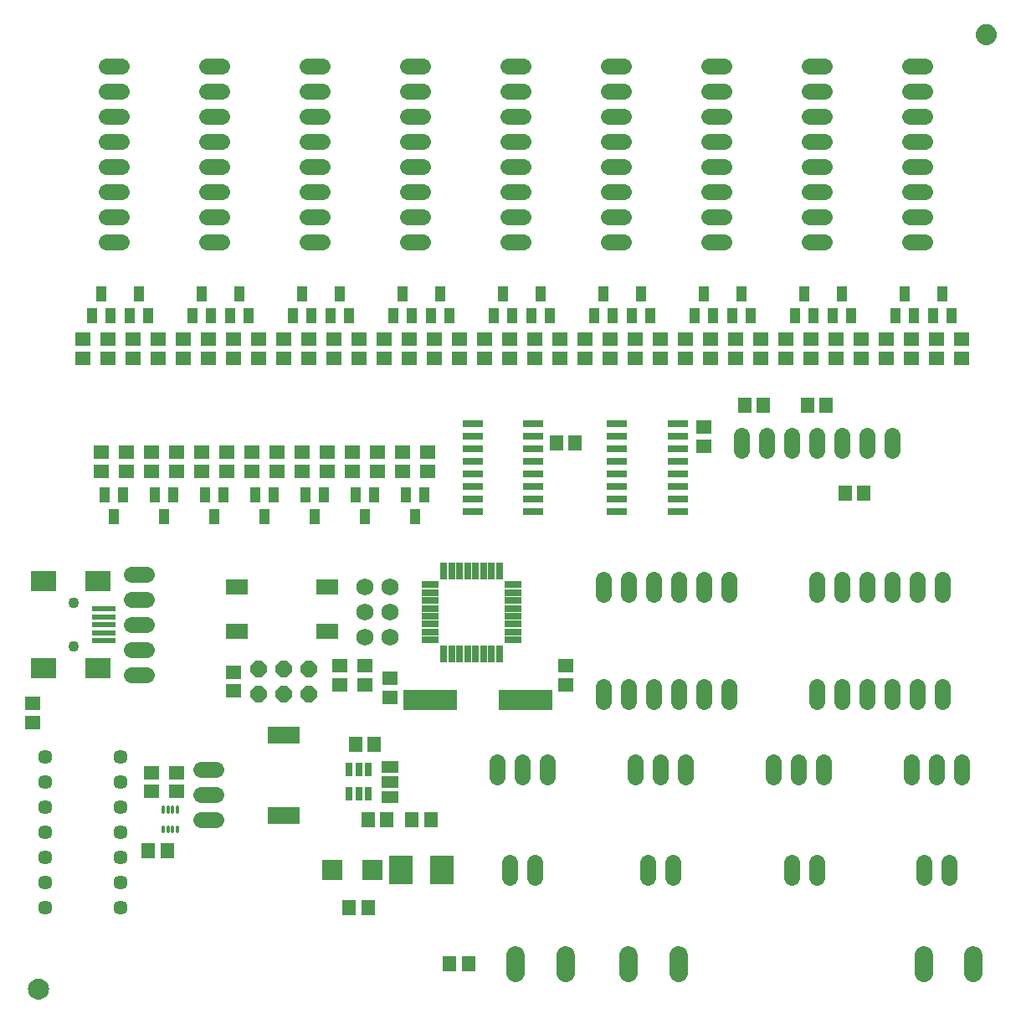
<source format=gts>
G04 EAGLE Gerber RS-274X export*
G75*
%MOMM*%
%FSLAX34Y34*%
%LPD*%
%INSoldermask Top*%
%IPPOS*%
%AMOC8*
5,1,8,0,0,1.08239X$1,22.5*%
G01*
%ADD10R,1.401600X1.601600*%
%ADD11R,1.601600X1.401600*%
%ADD12R,2.501600X2.101600*%
%ADD13R,2.409600X0.601600*%
%ADD14C,1.101600*%
%ADD15R,2.133600X0.762000*%
%ADD16C,1.625600*%
%ADD17R,5.435600X2.032000*%
%ADD18R,0.648700X1.701400*%
%ADD19R,1.701400X0.648700*%
%ADD20R,0.710800X1.360900*%
%ADD21R,1.101600X1.501600*%
%ADD22R,2.209800X1.498600*%
%ADD23C,1.727200*%
%ADD24C,1.445000*%
%ADD25R,2.101600X2.101600*%
%ADD26R,1.701800X1.270000*%
%ADD27C,1.892300*%
%ADD28R,2.387600X2.895600*%
%ADD29C,0.371600*%
%ADD30P,1.759533X8X22.500000*%
%ADD31R,3.301600X1.701600*%

G36*
X979692Y973770D02*
X979692Y973770D01*
X979735Y973782D01*
X979801Y973789D01*
X981484Y974240D01*
X981525Y974259D01*
X981588Y974278D01*
X983168Y975015D01*
X983205Y975041D01*
X983264Y975070D01*
X984692Y976070D01*
X984723Y976102D01*
X984776Y976141D01*
X986009Y977374D01*
X986034Y977410D01*
X986080Y977458D01*
X987080Y978886D01*
X987098Y978927D01*
X987135Y978982D01*
X987872Y980562D01*
X987883Y980605D01*
X987910Y980666D01*
X988361Y982349D01*
X988363Y982381D01*
X988370Y982402D01*
X988370Y982417D01*
X988380Y982458D01*
X988532Y984195D01*
X988528Y984239D01*
X988532Y984305D01*
X988380Y986042D01*
X988368Y986085D01*
X988361Y986151D01*
X987910Y987834D01*
X987891Y987875D01*
X987872Y987938D01*
X987135Y989518D01*
X987109Y989555D01*
X987080Y989614D01*
X986080Y991042D01*
X986048Y991073D01*
X986009Y991126D01*
X984776Y992359D01*
X984740Y992384D01*
X984692Y992430D01*
X983264Y993430D01*
X983223Y993448D01*
X983168Y993485D01*
X981588Y994222D01*
X981545Y994233D01*
X981484Y994260D01*
X979801Y994711D01*
X979756Y994714D01*
X979692Y994730D01*
X977955Y994882D01*
X977911Y994878D01*
X977845Y994882D01*
X976108Y994730D01*
X976065Y994718D01*
X975999Y994711D01*
X974316Y994260D01*
X974275Y994241D01*
X974212Y994222D01*
X972632Y993485D01*
X972595Y993459D01*
X972536Y993430D01*
X971108Y992430D01*
X971077Y992398D01*
X971024Y992359D01*
X969791Y991126D01*
X969766Y991090D01*
X969720Y991042D01*
X968720Y989614D01*
X968702Y989573D01*
X968665Y989518D01*
X967928Y987938D01*
X967917Y987895D01*
X967890Y987834D01*
X967439Y986151D01*
X967436Y986106D01*
X967420Y986042D01*
X967268Y984305D01*
X967272Y984261D01*
X967268Y984195D01*
X967420Y982458D01*
X967432Y982415D01*
X967436Y982381D01*
X967436Y982365D01*
X967438Y982360D01*
X967439Y982349D01*
X967890Y980666D01*
X967909Y980625D01*
X967928Y980562D01*
X968665Y978982D01*
X968691Y978945D01*
X968720Y978886D01*
X969720Y977458D01*
X969752Y977427D01*
X969791Y977374D01*
X971024Y976141D01*
X971060Y976116D01*
X971108Y976070D01*
X972536Y975070D01*
X972577Y975052D01*
X972632Y975015D01*
X974212Y974278D01*
X974255Y974267D01*
X974316Y974240D01*
X975999Y973789D01*
X976044Y973786D01*
X976108Y973770D01*
X977845Y973618D01*
X977889Y973622D01*
X977955Y973618D01*
X979692Y973770D01*
G37*
G36*
X20842Y8570D02*
X20842Y8570D01*
X20885Y8582D01*
X20951Y8589D01*
X22634Y9040D01*
X22675Y9059D01*
X22738Y9078D01*
X24318Y9815D01*
X24355Y9841D01*
X24414Y9870D01*
X25842Y10870D01*
X25873Y10902D01*
X25926Y10941D01*
X27159Y12174D01*
X27184Y12210D01*
X27230Y12258D01*
X28230Y13686D01*
X28248Y13727D01*
X28285Y13782D01*
X29022Y15362D01*
X29033Y15405D01*
X29060Y15466D01*
X29511Y17149D01*
X29513Y17181D01*
X29520Y17202D01*
X29520Y17217D01*
X29530Y17258D01*
X29682Y18995D01*
X29678Y19039D01*
X29682Y19105D01*
X29530Y20842D01*
X29518Y20885D01*
X29511Y20951D01*
X29060Y22634D01*
X29041Y22675D01*
X29022Y22738D01*
X28285Y24318D01*
X28259Y24355D01*
X28230Y24414D01*
X27230Y25842D01*
X27198Y25873D01*
X27159Y25926D01*
X25926Y27159D01*
X25890Y27184D01*
X25842Y27230D01*
X24414Y28230D01*
X24373Y28248D01*
X24318Y28285D01*
X22738Y29022D01*
X22695Y29033D01*
X22634Y29060D01*
X20951Y29511D01*
X20906Y29514D01*
X20842Y29530D01*
X19105Y29682D01*
X19061Y29678D01*
X18995Y29682D01*
X17258Y29530D01*
X17215Y29518D01*
X17149Y29511D01*
X15466Y29060D01*
X15425Y29041D01*
X15362Y29022D01*
X13782Y28285D01*
X13745Y28259D01*
X13686Y28230D01*
X12258Y27230D01*
X12227Y27198D01*
X12174Y27159D01*
X10941Y25926D01*
X10916Y25890D01*
X10870Y25842D01*
X9870Y24414D01*
X9852Y24373D01*
X9815Y24318D01*
X9078Y22738D01*
X9067Y22695D01*
X9040Y22634D01*
X8589Y20951D01*
X8586Y20906D01*
X8570Y20842D01*
X8418Y19105D01*
X8422Y19061D01*
X8418Y18995D01*
X8570Y17258D01*
X8582Y17215D01*
X8586Y17181D01*
X8586Y17165D01*
X8588Y17160D01*
X8589Y17149D01*
X9040Y15466D01*
X9059Y15425D01*
X9078Y15362D01*
X9815Y13782D01*
X9841Y13745D01*
X9870Y13686D01*
X10870Y12258D01*
X10902Y12227D01*
X10941Y12174D01*
X12174Y10941D01*
X12210Y10916D01*
X12258Y10870D01*
X13686Y9870D01*
X13727Y9852D01*
X13782Y9815D01*
X15362Y9078D01*
X15405Y9067D01*
X15466Y9040D01*
X17149Y8589D01*
X17194Y8586D01*
X17258Y8570D01*
X18995Y8418D01*
X19039Y8422D01*
X19105Y8418D01*
X20842Y8570D01*
G37*
D10*
X542950Y571500D03*
X561950Y571500D03*
D11*
X692150Y587350D03*
X692150Y568350D03*
D12*
X79450Y431350D03*
D13*
X85090Y403350D03*
X85090Y395350D03*
X85090Y387350D03*
X85090Y379350D03*
X85090Y371350D03*
D12*
X24450Y431350D03*
X79450Y343350D03*
X24450Y343350D03*
D14*
X54450Y409350D03*
X54450Y365350D03*
D15*
X458216Y590550D03*
X519684Y590550D03*
X458216Y577850D03*
X458216Y565150D03*
X519684Y577850D03*
X519684Y565150D03*
X458216Y552450D03*
X519684Y552450D03*
X458216Y539750D03*
X519684Y539750D03*
X458216Y527050D03*
X458216Y514350D03*
X519684Y527050D03*
X519684Y514350D03*
X458216Y501650D03*
X519684Y501650D03*
X604266Y590550D03*
X665734Y590550D03*
X604266Y577850D03*
X604266Y565150D03*
X665734Y577850D03*
X665734Y565150D03*
X604266Y552450D03*
X665734Y552450D03*
X604266Y539750D03*
X665734Y539750D03*
X604266Y527050D03*
X604266Y514350D03*
X665734Y527050D03*
X665734Y514350D03*
X604266Y501650D03*
X665734Y501650D03*
D16*
X102870Y901700D02*
X87630Y901700D01*
X87630Y927100D02*
X102870Y927100D01*
X102870Y952500D02*
X87630Y952500D01*
X87630Y876300D02*
X102870Y876300D01*
X102870Y850900D02*
X87630Y850900D01*
X87630Y825500D02*
X102870Y825500D01*
X102870Y800100D02*
X87630Y800100D01*
X87630Y774700D02*
X102870Y774700D01*
X641350Y325120D02*
X641350Y309880D01*
X615950Y309880D02*
X615950Y325120D01*
X590550Y325120D02*
X590550Y309880D01*
X666750Y309880D02*
X666750Y325120D01*
X692150Y325120D02*
X692150Y309880D01*
X717550Y309880D02*
X717550Y325120D01*
X857250Y325120D02*
X857250Y309880D01*
X831850Y309880D02*
X831850Y325120D01*
X806450Y325120D02*
X806450Y309880D01*
X882650Y309880D02*
X882650Y325120D01*
X908050Y325120D02*
X908050Y309880D01*
X933450Y309880D02*
X933450Y325120D01*
X641350Y417830D02*
X641350Y433070D01*
X615950Y433070D02*
X615950Y417830D01*
X590550Y417830D02*
X590550Y433070D01*
X666750Y433070D02*
X666750Y417830D01*
X692150Y417830D02*
X692150Y433070D01*
X717550Y433070D02*
X717550Y417830D01*
X857250Y417830D02*
X857250Y433070D01*
X831850Y433070D02*
X831850Y417830D01*
X806450Y417830D02*
X806450Y433070D01*
X882650Y433070D02*
X882650Y417830D01*
X908050Y417830D02*
X908050Y433070D01*
X933450Y433070D02*
X933450Y417830D01*
X831850Y563880D02*
X831850Y579120D01*
X857250Y579120D02*
X857250Y563880D01*
X882650Y563880D02*
X882650Y579120D01*
X806450Y579120D02*
X806450Y563880D01*
X781050Y563880D02*
X781050Y579120D01*
X755650Y579120D02*
X755650Y563880D01*
X730250Y563880D02*
X730250Y579120D01*
D17*
X415290Y311150D03*
X511810Y311150D03*
D11*
X374650Y333350D03*
X374650Y314350D03*
X552450Y346050D03*
X552450Y327050D03*
D18*
X429200Y358237D03*
X437200Y358237D03*
X445200Y358237D03*
X453200Y358237D03*
X461200Y358237D03*
X469200Y358237D03*
X477200Y358237D03*
X485200Y358237D03*
D19*
X499013Y372050D03*
X499013Y380050D03*
X499013Y388050D03*
X499013Y396050D03*
X499013Y404050D03*
X499013Y412050D03*
X499013Y420050D03*
X499013Y428050D03*
D18*
X485200Y441863D03*
X477200Y441863D03*
X469200Y441863D03*
X461200Y441863D03*
X453200Y441863D03*
X445200Y441863D03*
X437200Y441863D03*
X429200Y441863D03*
D19*
X415387Y428050D03*
X415387Y420050D03*
X415387Y412050D03*
X415387Y404050D03*
X415387Y396050D03*
X415387Y388050D03*
X415387Y380050D03*
X415387Y372050D03*
D11*
X349250Y327050D03*
X349250Y346050D03*
X215900Y320700D03*
X215900Y339700D03*
X323850Y327050D03*
X323850Y346050D03*
D10*
X371450Y190500D03*
X352450Y190500D03*
X415900Y190500D03*
X396900Y190500D03*
X352400Y101600D03*
X333400Y101600D03*
X339750Y266700D03*
X358750Y266700D03*
D16*
X495300Y147320D02*
X495300Y132080D01*
X520700Y132080D02*
X520700Y147320D01*
X635000Y147320D02*
X635000Y132080D01*
X660400Y132080D02*
X660400Y147320D01*
X781050Y147320D02*
X781050Y132080D01*
X806450Y132080D02*
X806450Y147320D01*
X914400Y147320D02*
X914400Y132080D01*
X939800Y132080D02*
X939800Y147320D01*
X482600Y233680D02*
X482600Y248920D01*
X508000Y248920D02*
X508000Y233680D01*
X533400Y233680D02*
X533400Y248920D01*
X622300Y248920D02*
X622300Y233680D01*
X647700Y233680D02*
X647700Y248920D01*
X673100Y248920D02*
X673100Y233680D01*
X762000Y233680D02*
X762000Y248920D01*
X787400Y248920D02*
X787400Y233680D01*
X812800Y233680D02*
X812800Y248920D01*
X901700Y248920D02*
X901700Y233680D01*
X927100Y233680D02*
X927100Y248920D01*
X952500Y248920D02*
X952500Y233680D01*
D20*
X333400Y216320D03*
X342900Y216320D03*
X352400Y216320D03*
X352400Y240880D03*
X342900Y240880D03*
X333400Y240880D03*
D21*
X196850Y497000D03*
X187350Y519000D03*
X206350Y519000D03*
D11*
X209550Y561950D03*
X209550Y542950D03*
X184150Y561950D03*
X184150Y542950D03*
D21*
X146050Y497000D03*
X136550Y519000D03*
X155550Y519000D03*
D11*
X158750Y561950D03*
X158750Y542950D03*
X133350Y561950D03*
X133350Y542950D03*
D21*
X95250Y497000D03*
X85750Y519000D03*
X104750Y519000D03*
D11*
X107950Y561950D03*
X107950Y542950D03*
X82550Y561950D03*
X82550Y542950D03*
D21*
X400050Y497000D03*
X390550Y519000D03*
X409550Y519000D03*
D11*
X412750Y561950D03*
X412750Y542950D03*
X387350Y561950D03*
X387350Y542950D03*
D21*
X349250Y497000D03*
X339750Y519000D03*
X358750Y519000D03*
D11*
X361950Y561950D03*
X361950Y542950D03*
X336550Y561950D03*
X336550Y542950D03*
D21*
X247650Y497000D03*
X238150Y519000D03*
X257150Y519000D03*
D11*
X260350Y561950D03*
X260350Y542950D03*
X234950Y561950D03*
X234950Y542950D03*
D21*
X298450Y497000D03*
X288950Y519000D03*
X307950Y519000D03*
D11*
X311150Y561950D03*
X311150Y542950D03*
X285750Y561950D03*
X285750Y542950D03*
D21*
X82550Y722200D03*
X92050Y700200D03*
X73050Y700200D03*
D11*
X88900Y657250D03*
X88900Y676250D03*
X63500Y657250D03*
X63500Y676250D03*
D21*
X111150Y700200D03*
X130150Y700200D03*
X120650Y722200D03*
D11*
X139700Y657250D03*
X139700Y676250D03*
X114300Y657250D03*
X114300Y676250D03*
D21*
X184150Y722200D03*
X193650Y700200D03*
X174650Y700200D03*
D11*
X190500Y657250D03*
X190500Y676250D03*
X165100Y657250D03*
X165100Y676250D03*
D21*
X212750Y700200D03*
X231750Y700200D03*
X222250Y722200D03*
D11*
X241300Y657250D03*
X241300Y676250D03*
X215900Y657250D03*
X215900Y676250D03*
D21*
X285750Y722200D03*
X295250Y700200D03*
X276250Y700200D03*
D11*
X292100Y657250D03*
X292100Y676250D03*
X266700Y657250D03*
X266700Y676250D03*
D21*
X314350Y700200D03*
X333350Y700200D03*
X323850Y722200D03*
D11*
X342900Y657250D03*
X342900Y676250D03*
X317500Y657250D03*
X317500Y676250D03*
D21*
X387350Y722200D03*
X396850Y700200D03*
X377850Y700200D03*
D11*
X393700Y657250D03*
X393700Y676250D03*
X368300Y657250D03*
X368300Y676250D03*
D21*
X415950Y700200D03*
X434950Y700200D03*
X425450Y722200D03*
D11*
X444500Y657250D03*
X444500Y676250D03*
X419100Y657250D03*
X419100Y676250D03*
D21*
X488950Y722200D03*
X498450Y700200D03*
X479450Y700200D03*
D11*
X495300Y657250D03*
X495300Y676250D03*
X469900Y657250D03*
X469900Y676250D03*
D21*
X517550Y700200D03*
X536550Y700200D03*
X527050Y722200D03*
D11*
X546100Y657250D03*
X546100Y676250D03*
X520700Y657250D03*
X520700Y676250D03*
D21*
X590550Y722200D03*
X600050Y700200D03*
X581050Y700200D03*
D11*
X596900Y657250D03*
X596900Y676250D03*
X571500Y657250D03*
X571500Y676250D03*
D21*
X619150Y700200D03*
X638150Y700200D03*
X628650Y722200D03*
D11*
X647700Y657250D03*
X647700Y676250D03*
X622300Y657250D03*
X622300Y676250D03*
D21*
X692150Y722200D03*
X701650Y700200D03*
X682650Y700200D03*
D11*
X698500Y657250D03*
X698500Y676250D03*
X673100Y657250D03*
X673100Y676250D03*
D21*
X720750Y700200D03*
X739750Y700200D03*
X730250Y722200D03*
D11*
X749300Y657250D03*
X749300Y676250D03*
X723900Y657250D03*
X723900Y676250D03*
D21*
X793750Y722200D03*
X803250Y700200D03*
X784250Y700200D03*
D11*
X800100Y657250D03*
X800100Y676250D03*
X774700Y657250D03*
X774700Y676250D03*
D21*
X822350Y700200D03*
X841350Y700200D03*
X831850Y722200D03*
D11*
X850900Y657250D03*
X850900Y676250D03*
X825500Y657250D03*
X825500Y676250D03*
D21*
X895350Y722200D03*
X904850Y700200D03*
X885850Y700200D03*
D11*
X901700Y657250D03*
X901700Y676250D03*
X876300Y657250D03*
X876300Y676250D03*
D21*
X923950Y700200D03*
X942950Y700200D03*
X933450Y722200D03*
D11*
X952500Y657250D03*
X952500Y676250D03*
X927100Y657250D03*
X927100Y676250D03*
D22*
X311150Y425450D03*
X219964Y425450D03*
X311150Y380492D03*
X219964Y380492D03*
D23*
X349250Y400050D03*
X374650Y400050D03*
X374650Y425450D03*
X349250Y425450D03*
X349250Y374650D03*
X374650Y374650D03*
D24*
X25400Y254000D03*
X25400Y228600D03*
X25400Y203200D03*
X25400Y177800D03*
X25400Y152400D03*
X25400Y127000D03*
X25400Y101600D03*
X101600Y101600D03*
X101600Y127000D03*
X101600Y152400D03*
X101600Y177800D03*
X101600Y203200D03*
X101600Y228600D03*
X101600Y254000D03*
D10*
X130200Y158750D03*
X149200Y158750D03*
D11*
X12700Y288950D03*
X12700Y307950D03*
D10*
X435000Y44450D03*
X454000Y44450D03*
X835050Y520700D03*
X854050Y520700D03*
X796950Y609600D03*
X815950Y609600D03*
X733450Y609600D03*
X752450Y609600D03*
D25*
X356550Y139700D03*
X316550Y139700D03*
D16*
X128270Y438150D02*
X113030Y438150D01*
X113030Y412750D02*
X128270Y412750D01*
X128270Y387350D02*
X113030Y387350D01*
X113030Y361950D02*
X128270Y361950D01*
X128270Y336550D02*
X113030Y336550D01*
D26*
X374650Y213360D03*
X374650Y228600D03*
X374650Y243840D03*
D27*
X914800Y53404D02*
X914800Y35497D01*
X964800Y35497D02*
X964800Y53404D01*
D28*
X385940Y139700D03*
X426860Y139700D03*
D16*
X204470Y901700D02*
X189230Y901700D01*
X189230Y927100D02*
X204470Y927100D01*
X204470Y952500D02*
X189230Y952500D01*
X189230Y876300D02*
X204470Y876300D01*
X204470Y850900D02*
X189230Y850900D01*
X189230Y825500D02*
X204470Y825500D01*
X204470Y800100D02*
X189230Y800100D01*
X189230Y774700D02*
X204470Y774700D01*
X290830Y901700D02*
X306070Y901700D01*
X306070Y927100D02*
X290830Y927100D01*
X290830Y952500D02*
X306070Y952500D01*
X306070Y876300D02*
X290830Y876300D01*
X290830Y850900D02*
X306070Y850900D01*
X306070Y825500D02*
X290830Y825500D01*
X290830Y800100D02*
X306070Y800100D01*
X306070Y774700D02*
X290830Y774700D01*
X392430Y901700D02*
X407670Y901700D01*
X407670Y927100D02*
X392430Y927100D01*
X392430Y952500D02*
X407670Y952500D01*
X407670Y876300D02*
X392430Y876300D01*
X392430Y850900D02*
X407670Y850900D01*
X407670Y825500D02*
X392430Y825500D01*
X392430Y800100D02*
X407670Y800100D01*
X407670Y774700D02*
X392430Y774700D01*
X494030Y901700D02*
X509270Y901700D01*
X509270Y927100D02*
X494030Y927100D01*
X494030Y952500D02*
X509270Y952500D01*
X509270Y876300D02*
X494030Y876300D01*
X494030Y850900D02*
X509270Y850900D01*
X509270Y825500D02*
X494030Y825500D01*
X494030Y800100D02*
X509270Y800100D01*
X509270Y774700D02*
X494030Y774700D01*
X595630Y901700D02*
X610870Y901700D01*
X610870Y927100D02*
X595630Y927100D01*
X595630Y952500D02*
X610870Y952500D01*
X610870Y876300D02*
X595630Y876300D01*
X595630Y850900D02*
X610870Y850900D01*
X610870Y825500D02*
X595630Y825500D01*
X595630Y800100D02*
X610870Y800100D01*
X610870Y774700D02*
X595630Y774700D01*
X697230Y901700D02*
X712470Y901700D01*
X712470Y927100D02*
X697230Y927100D01*
X697230Y952500D02*
X712470Y952500D01*
X712470Y876300D02*
X697230Y876300D01*
X697230Y850900D02*
X712470Y850900D01*
X712470Y825500D02*
X697230Y825500D01*
X697230Y800100D02*
X712470Y800100D01*
X712470Y774700D02*
X697230Y774700D01*
X798830Y901700D02*
X814070Y901700D01*
X814070Y927100D02*
X798830Y927100D01*
X798830Y952500D02*
X814070Y952500D01*
X814070Y876300D02*
X798830Y876300D01*
X798830Y850900D02*
X814070Y850900D01*
X814070Y825500D02*
X798830Y825500D01*
X798830Y800100D02*
X814070Y800100D01*
X814070Y774700D02*
X798830Y774700D01*
X900430Y901700D02*
X915670Y901700D01*
X915670Y927100D02*
X900430Y927100D01*
X900430Y952500D02*
X915670Y952500D01*
X915670Y876300D02*
X900430Y876300D01*
X900430Y850900D02*
X915670Y850900D01*
X915670Y825500D02*
X900430Y825500D01*
X900430Y800100D02*
X915670Y800100D01*
X915670Y774700D02*
X900430Y774700D01*
D11*
X133350Y219100D03*
X133350Y238100D03*
X158750Y219100D03*
X158750Y238100D03*
D16*
X182880Y241300D02*
X198120Y241300D01*
X198120Y215900D02*
X182880Y215900D01*
X182880Y190500D02*
X198120Y190500D01*
D29*
X144900Y182885D02*
X144900Y178291D01*
X149900Y178291D02*
X149900Y182885D01*
X154900Y182885D02*
X154900Y178291D01*
X159900Y178291D02*
X159900Y182885D01*
X159900Y198115D02*
X159900Y202709D01*
X154900Y202709D02*
X154900Y198115D01*
X149900Y198115D02*
X149900Y202709D01*
X144900Y202709D02*
X144900Y198115D01*
D27*
X502050Y53404D02*
X502050Y35497D01*
X552050Y35497D02*
X552050Y53404D01*
X616350Y53404D02*
X616350Y35497D01*
X666350Y35497D02*
X666350Y53404D01*
D30*
X241300Y317500D03*
X241300Y342900D03*
X266700Y317500D03*
X266700Y342900D03*
X292100Y317500D03*
X292100Y342900D03*
D31*
X266700Y275450D03*
X266700Y194450D03*
M02*

</source>
